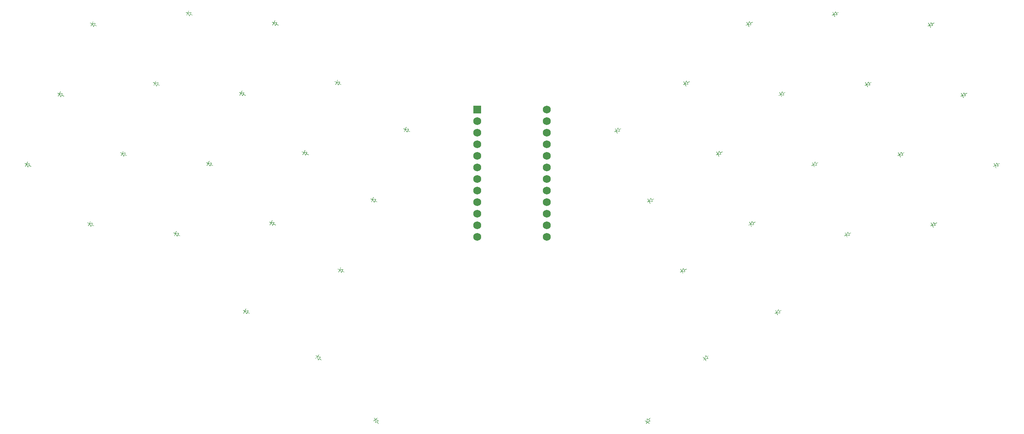
<source format=gbr>
%TF.GenerationSoftware,KiCad,Pcbnew,7.0.10*%
%TF.CreationDate,2024-01-18T08:47:23+01:00*%
%TF.ProjectId,turbo_go_2,74757262-6f5f-4676-9f5f-322e6b696361,v1.0.0*%
%TF.SameCoordinates,Original*%
%TF.FileFunction,Legend,Bot*%
%TF.FilePolarity,Positive*%
%FSLAX46Y46*%
G04 Gerber Fmt 4.6, Leading zero omitted, Abs format (unit mm)*
G04 Created by KiCad (PCBNEW 7.0.10) date 2024-01-18 08:47:23*
%MOMM*%
%LPD*%
G01*
G04 APERTURE LIST*
%ADD10C,0.100000*%
%ADD11R,1.752600X1.752600*%
%ADD12C,1.752600*%
G04 APERTURE END LIST*
D10*
%TO.C,D9*%
X93155305Y-125509769D02*
X93517828Y-125678817D01*
X93517828Y-125678817D02*
X93750268Y-125180347D01*
X93517828Y-125678817D02*
X93285388Y-126177286D01*
X93517828Y-125678817D02*
X94230660Y-125569864D01*
X94230660Y-125569864D02*
X93892566Y-126294911D01*
X94061613Y-125932388D02*
X94514767Y-126143697D01*
X93892566Y-126294911D02*
X93517828Y-125678817D01*
%TO.C,D23*%
X251209137Y-95522204D02*
X251571660Y-95353156D01*
X251571660Y-95353156D02*
X251339220Y-94854687D01*
X251571660Y-95353156D02*
X251804100Y-95851626D01*
X251571660Y-95353156D02*
X251946398Y-94737062D01*
X251946398Y-94737062D02*
X252284492Y-95462109D01*
X252115445Y-95099585D02*
X252568599Y-94888276D01*
X252284492Y-95462109D02*
X251571660Y-95353156D01*
%TO.C,D51*%
X211397541Y-95329231D02*
X211760064Y-95160183D01*
X211760064Y-95160183D02*
X211527624Y-94661714D01*
X211760064Y-95160183D02*
X211992504Y-95658653D01*
X211760064Y-95160183D02*
X212134802Y-94544089D01*
X212134802Y-94544089D02*
X212472896Y-95269136D01*
X212303849Y-94906612D02*
X212757003Y-94695303D01*
X212472896Y-95269136D02*
X211760064Y-95160183D01*
%TO.C,D46*%
X237431308Y-108567182D02*
X237793831Y-108398134D01*
X237793831Y-108398134D02*
X237561391Y-107899665D01*
X237793831Y-108398134D02*
X238026271Y-108896604D01*
X237793831Y-108398134D02*
X238168569Y-107782040D01*
X238168569Y-107782040D02*
X238506663Y-108507087D01*
X238337616Y-108144563D02*
X238790770Y-107933254D01*
X238506663Y-108507087D02*
X237793831Y-108398134D01*
%TO.C,D47*%
X230246789Y-93159946D02*
X230609312Y-92990898D01*
X230609312Y-92990898D02*
X230376872Y-92492429D01*
X230609312Y-92990898D02*
X230841752Y-93489368D01*
X230609312Y-92990898D02*
X230984050Y-92374804D01*
X230984050Y-92374804D02*
X231322144Y-93099851D01*
X231153097Y-92737327D02*
X231606251Y-92526018D01*
X231322144Y-93099851D02*
X230609312Y-92990898D01*
%TO.C,D41*%
X265578154Y-126336678D02*
X265940677Y-126167630D01*
X265940677Y-126167630D02*
X265708237Y-125669161D01*
X265940677Y-126167630D02*
X266173117Y-126666100D01*
X265940677Y-126167630D02*
X266315415Y-125551536D01*
X266315415Y-125551536D02*
X266653509Y-126276583D01*
X266484462Y-125914059D02*
X266937616Y-125702750D01*
X266653509Y-126276583D02*
X265940677Y-126167630D01*
%TO.C,D32*%
X211988727Y-139188672D02*
X212351250Y-139019624D01*
X212351250Y-139019624D02*
X212118810Y-138521155D01*
X212351250Y-139019624D02*
X212583690Y-139518094D01*
X212351250Y-139019624D02*
X212725988Y-138403530D01*
X212725988Y-138403530D02*
X213064082Y-139128577D01*
X212895035Y-138766053D02*
X213348189Y-138554744D01*
X213064082Y-139128577D02*
X212351250Y-139019624D01*
%TO.C,D14*%
X121302155Y-107740274D02*
X121664678Y-107909322D01*
X121664678Y-107909322D02*
X121897118Y-107410852D01*
X121664678Y-107909322D02*
X121432238Y-108407791D01*
X121664678Y-107909322D02*
X122377510Y-107800369D01*
X122377510Y-107800369D02*
X122039416Y-108525416D01*
X122208463Y-108162893D02*
X122661617Y-108374202D01*
X122039416Y-108525416D02*
X121664678Y-107909322D01*
%TO.C,D20*%
X129944866Y-181562019D02*
X130174296Y-181889680D01*
X130174296Y-181889680D02*
X130624830Y-181574213D01*
X130174296Y-181889680D02*
X129723763Y-182205147D01*
X130174296Y-181889680D02*
X130846103Y-182151740D01*
X130846103Y-182151740D02*
X130190781Y-182610602D01*
X130518442Y-182381171D02*
X130805230Y-182790747D01*
X130190781Y-182610602D02*
X130174296Y-181889680D01*
%TO.C,D15*%
X121978822Y-148880798D02*
X122341345Y-149049846D01*
X122341345Y-149049846D02*
X122573785Y-148551376D01*
X122341345Y-149049846D02*
X122108905Y-149548315D01*
X122341345Y-149049846D02*
X123054177Y-148940893D01*
X123054177Y-148940893D02*
X122716083Y-149665940D01*
X122885130Y-149303417D02*
X123338284Y-149514726D01*
X122716083Y-149665940D02*
X122341345Y-149049846D01*
%TO.C,D64*%
X67121549Y-138747722D02*
X67484072Y-138916770D01*
X67484072Y-138916770D02*
X67716512Y-138418300D01*
X67484072Y-138916770D02*
X67251632Y-139415239D01*
X67484072Y-138916770D02*
X68196904Y-138807817D01*
X68196904Y-138807817D02*
X67858810Y-139532864D01*
X68027857Y-139170341D02*
X68481011Y-139381650D01*
X67858810Y-139532864D02*
X67484072Y-138916770D01*
%TO.C,D71*%
X107524331Y-94695295D02*
X107886854Y-94864343D01*
X107886854Y-94864343D02*
X108119294Y-94365873D01*
X107886854Y-94864343D02*
X107654414Y-95362812D01*
X107886854Y-94864343D02*
X108599686Y-94755390D01*
X108599686Y-94755390D02*
X108261592Y-95480437D01*
X108430639Y-95117914D02*
X108883793Y-95329223D01*
X108261592Y-95480437D02*
X107886854Y-94864343D01*
%TO.C,D38*%
X217722176Y-158582681D02*
X218084699Y-158413633D01*
X218084699Y-158413633D02*
X217852259Y-157915164D01*
X218084699Y-158413633D02*
X218317139Y-158912103D01*
X218084699Y-158413633D02*
X218459437Y-157797539D01*
X218459437Y-157797539D02*
X218797531Y-158522586D01*
X218628484Y-158160062D02*
X219081638Y-157948753D01*
X218797531Y-158522586D02*
X218084699Y-158413633D01*
%TO.C,D22*%
X258393647Y-110929442D02*
X258756170Y-110760394D01*
X258756170Y-110760394D02*
X258523730Y-110261925D01*
X258756170Y-110760394D02*
X258988610Y-111258864D01*
X258756170Y-110760394D02*
X259130908Y-110144300D01*
X259130908Y-110144300D02*
X259469002Y-110869347D01*
X259299955Y-110506823D02*
X259753109Y-110295514D01*
X259469002Y-110869347D02*
X258756170Y-110760394D01*
%TO.C,D50*%
X218582058Y-110736468D02*
X218944581Y-110567420D01*
X218944581Y-110567420D02*
X218712141Y-110068951D01*
X218944581Y-110567420D02*
X219177021Y-111065890D01*
X218944581Y-110567420D02*
X219319319Y-109951326D01*
X219319319Y-109951326D02*
X219657413Y-110676373D01*
X219488366Y-110313849D02*
X219941520Y-110102540D01*
X219657413Y-110676373D02*
X218944581Y-110567420D01*
%TO.C,D44*%
X251800328Y-139381648D02*
X252162851Y-139212600D01*
X252162851Y-139212600D02*
X251930411Y-138714131D01*
X252162851Y-139212600D02*
X252395291Y-139711070D01*
X252162851Y-139212600D02*
X252537589Y-138596506D01*
X252537589Y-138596506D02*
X252875683Y-139321553D01*
X252706636Y-138959029D02*
X253159790Y-138747720D01*
X252875683Y-139321553D02*
X252162851Y-139212600D01*
%TO.C,D78*%
X101199691Y-157948753D02*
X101562214Y-158117801D01*
X101562214Y-158117801D02*
X101794654Y-157619331D01*
X101562214Y-158117801D02*
X101329774Y-158616270D01*
X101562214Y-158117801D02*
X102275046Y-158008848D01*
X102275046Y-158008848D02*
X101936952Y-158733895D01*
X102105999Y-158371372D02*
X102559153Y-158582681D01*
X101936952Y-158733895D02*
X101562214Y-158117801D01*
%TO.C,D49*%
X225766566Y-126143696D02*
X226129089Y-125974648D01*
X226129089Y-125974648D02*
X225896649Y-125476179D01*
X226129089Y-125974648D02*
X226361529Y-126473118D01*
X226129089Y-125974648D02*
X226503827Y-125358554D01*
X226503827Y-125358554D02*
X226841921Y-126083601D01*
X226672874Y-125721077D02*
X227126028Y-125509768D01*
X226841921Y-126083601D02*
X226129089Y-125974648D01*
%TO.C,D33*%
X204804214Y-123781435D02*
X205166737Y-123612387D01*
X205166737Y-123612387D02*
X204934297Y-123113918D01*
X205166737Y-123612387D02*
X205399177Y-124110857D01*
X205166737Y-123612387D02*
X205541475Y-122996293D01*
X205541475Y-122996293D02*
X205879569Y-123721340D01*
X205710522Y-123358816D02*
X206163676Y-123147507D01*
X205879569Y-123721340D02*
X205166737Y-123612387D01*
%TO.C,D70*%
X100339822Y-110102536D02*
X100702345Y-110271584D01*
X100702345Y-110271584D02*
X100934785Y-109773114D01*
X100702345Y-110271584D02*
X100469905Y-110770053D01*
X100702345Y-110271584D02*
X101415177Y-110162631D01*
X101415177Y-110162631D02*
X101077083Y-110887678D01*
X101246130Y-110525155D02*
X101699284Y-110736464D01*
X101077083Y-110887678D02*
X100702345Y-110271584D01*
%TO.C,D37*%
X182574026Y-118700259D02*
X182936549Y-118531211D01*
X182936549Y-118531211D02*
X182704109Y-118032742D01*
X182936549Y-118531211D02*
X183168989Y-119029681D01*
X182936549Y-118531211D02*
X183311287Y-117915117D01*
X183311287Y-117915117D02*
X183649381Y-118640164D01*
X183480334Y-118277640D02*
X183933488Y-118066331D01*
X183649381Y-118640164D02*
X182936549Y-118531211D01*
%TO.C,D61*%
X53343724Y-125702746D02*
X53706247Y-125871794D01*
X53706247Y-125871794D02*
X53938687Y-125373324D01*
X53706247Y-125871794D02*
X53473807Y-126370263D01*
X53706247Y-125871794D02*
X54419079Y-125762841D01*
X54419079Y-125762841D02*
X54080985Y-126487888D01*
X54250032Y-126125365D02*
X54703186Y-126336674D01*
X54080985Y-126487888D02*
X53706247Y-125871794D01*
%TO.C,D28*%
X232951072Y-141550937D02*
X233313595Y-141381889D01*
X233313595Y-141381889D02*
X233081155Y-140883420D01*
X233313595Y-141381889D02*
X233546035Y-141880359D01*
X233313595Y-141381889D02*
X233688333Y-140765795D01*
X233688333Y-140765795D02*
X234026427Y-141490842D01*
X233857380Y-141128318D02*
X234310534Y-140917009D01*
X234026427Y-141490842D02*
X233313595Y-141381889D01*
%TO.C,D65*%
X74306057Y-123340489D02*
X74668580Y-123509537D01*
X74668580Y-123509537D02*
X74901020Y-123011067D01*
X74668580Y-123509537D02*
X74436140Y-124008006D01*
X74668580Y-123509537D02*
X75381412Y-123400584D01*
X75381412Y-123400584D02*
X75043318Y-124125631D01*
X75212365Y-123763108D02*
X75665519Y-123974417D01*
X75043318Y-124125631D02*
X74668580Y-123509537D01*
%TO.C,D16*%
X129163339Y-133473565D02*
X129525862Y-133642613D01*
X129525862Y-133642613D02*
X129758302Y-133144143D01*
X129525862Y-133642613D02*
X129293422Y-134141082D01*
X129525862Y-133642613D02*
X130238694Y-133533660D01*
X130238694Y-133533660D02*
X129900600Y-134258707D01*
X130069647Y-133896184D02*
X130522801Y-134107493D01*
X129900600Y-134258707D02*
X129525862Y-133642613D01*
%TO.C,D67*%
X88675082Y-92526023D02*
X89037605Y-92695071D01*
X89037605Y-92695071D02*
X89270045Y-92196601D01*
X89037605Y-92695071D02*
X88805165Y-93193540D01*
X89037605Y-92695071D02*
X89750437Y-92586118D01*
X89750437Y-92586118D02*
X89412343Y-93311165D01*
X89581390Y-92948642D02*
X90034544Y-93159951D01*
X89412343Y-93311165D02*
X89037605Y-92695071D01*
%TO.C,D62*%
X60528235Y-110295503D02*
X60890758Y-110464551D01*
X60890758Y-110464551D02*
X61123198Y-109966081D01*
X60890758Y-110464551D02*
X60658318Y-110963020D01*
X60890758Y-110464551D02*
X61603590Y-110355598D01*
X61603590Y-110355598D02*
X61265496Y-111080645D01*
X61434543Y-110718122D02*
X61887697Y-110929431D01*
X61265496Y-111080645D02*
X60890758Y-110464551D01*
%TO.C,D13*%
X114117655Y-123147516D02*
X114480178Y-123316564D01*
X114480178Y-123316564D02*
X114712618Y-122818094D01*
X114480178Y-123316564D02*
X114247738Y-123815033D01*
X114480178Y-123316564D02*
X115193010Y-123207611D01*
X115193010Y-123207611D02*
X114854916Y-123932658D01*
X115023963Y-123570135D02*
X115477117Y-123781444D01*
X114854916Y-123932658D02*
X114480178Y-123316564D01*
%TO.C,D55*%
X196943047Y-149514725D02*
X197305570Y-149345677D01*
X197305570Y-149345677D02*
X197073130Y-148847208D01*
X197305570Y-149345677D02*
X197538010Y-149844147D01*
X197305570Y-149345677D02*
X197680308Y-148729583D01*
X197680308Y-148729583D02*
X198018402Y-149454630D01*
X197849355Y-149092106D02*
X198302509Y-148880797D01*
X198018402Y-149454630D02*
X197305570Y-149345677D01*
%TO.C,D79*%
X117126655Y-167863196D02*
X117433072Y-168120311D01*
X117433072Y-168120311D02*
X117786606Y-167698987D01*
X117433072Y-168120311D02*
X117079539Y-168541636D01*
X117433072Y-168120311D02*
X118149814Y-168199566D01*
X118149814Y-168199566D02*
X117635584Y-168812402D01*
X117892699Y-168505984D02*
X118275721Y-168827378D01*
X117635584Y-168812402D02*
X117433072Y-168120311D01*
%TO.C,D77*%
X136347845Y-118066328D02*
X136710368Y-118235376D01*
X136710368Y-118235376D02*
X136942808Y-117736906D01*
X136710368Y-118235376D02*
X136477928Y-118733845D01*
X136710368Y-118235376D02*
X137423200Y-118126423D01*
X137423200Y-118126423D02*
X137085106Y-118851470D01*
X137254153Y-118488947D02*
X137707307Y-118700256D01*
X137085106Y-118851470D02*
X136710368Y-118235376D01*
%TO.C,D19*%
X117126655Y-167863196D02*
X117433072Y-168120311D01*
X117433072Y-168120311D02*
X117786606Y-167698987D01*
X117433072Y-168120311D02*
X117079539Y-168541636D01*
X117433072Y-168120311D02*
X118149814Y-168199566D01*
X118149814Y-168199566D02*
X117635584Y-168812402D01*
X117892699Y-168505984D02*
X118275721Y-168827378D01*
X117635584Y-168812402D02*
X117433072Y-168120311D01*
%TO.C,D60*%
X189476098Y-182790753D02*
X189705528Y-182463092D01*
X189705528Y-182463092D02*
X189254995Y-182147625D01*
X189705528Y-182463092D02*
X190156062Y-182778559D01*
X189705528Y-182463092D02*
X189722013Y-181742170D01*
X189722013Y-181742170D02*
X190377335Y-182201032D01*
X190049674Y-181971601D02*
X190336462Y-181562025D01*
X190377335Y-182201032D02*
X189705528Y-182463092D01*
%TO.C,D25*%
X244615815Y-123974416D02*
X244978338Y-123805368D01*
X244978338Y-123805368D02*
X244745898Y-123306899D01*
X244978338Y-123805368D02*
X245210778Y-124303838D01*
X244978338Y-123805368D02*
X245353076Y-123189274D01*
X245353076Y-123189274D02*
X245691170Y-123914321D01*
X245522123Y-123551797D02*
X245975277Y-123340488D01*
X245691170Y-123914321D02*
X244978338Y-123805368D01*
%TO.C,D3*%
X67712744Y-94888278D02*
X68075267Y-95057326D01*
X68075267Y-95057326D02*
X68307707Y-94558856D01*
X68075267Y-95057326D02*
X67842827Y-95555795D01*
X68075267Y-95057326D02*
X68788099Y-94948373D01*
X68788099Y-94948373D02*
X68450005Y-95673420D01*
X68619052Y-95310897D02*
X69072206Y-95522206D01*
X68450005Y-95673420D02*
X68075267Y-95057326D01*
%TO.C,D54*%
X197619715Y-108374203D02*
X197982238Y-108205155D01*
X197982238Y-108205155D02*
X197749798Y-107706686D01*
X197982238Y-108205155D02*
X198214678Y-108703625D01*
X197982238Y-108205155D02*
X198356976Y-107589061D01*
X198356976Y-107589061D02*
X198695070Y-108314108D01*
X198526023Y-107951584D02*
X198979177Y-107740275D01*
X198695070Y-108314108D02*
X197982238Y-108205155D01*
%TO.C,D12*%
X106933140Y-138554743D02*
X107295663Y-138723791D01*
X107295663Y-138723791D02*
X107528103Y-138225321D01*
X107295663Y-138723791D02*
X107063223Y-139222260D01*
X107295663Y-138723791D02*
X108008495Y-138614838D01*
X108008495Y-138614838D02*
X107670401Y-139339885D01*
X107839448Y-138977362D02*
X108292602Y-139188671D01*
X107670401Y-139339885D02*
X107295663Y-138723791D01*
%TO.C,D56*%
X189758537Y-134107498D02*
X190121060Y-133938450D01*
X190121060Y-133938450D02*
X189888620Y-133439981D01*
X190121060Y-133938450D02*
X190353500Y-134436920D01*
X190121060Y-133938450D02*
X190495798Y-133322356D01*
X190495798Y-133322356D02*
X190833892Y-134047403D01*
X190664845Y-133684879D02*
X191117999Y-133473570D01*
X190833892Y-134047403D02*
X190121060Y-133938450D01*
%TO.C,D66*%
X81490569Y-107933256D02*
X81853092Y-108102304D01*
X81853092Y-108102304D02*
X82085532Y-107603834D01*
X81853092Y-108102304D02*
X81620652Y-108600773D01*
X81853092Y-108102304D02*
X82565924Y-107993351D01*
X82565924Y-107993351D02*
X82227830Y-108718398D01*
X82396877Y-108355875D02*
X82850031Y-108567184D01*
X82227830Y-108718398D02*
X81853092Y-108102304D01*
%TO.C,D34*%
X197619715Y-108374203D02*
X197982238Y-108205155D01*
X197982238Y-108205155D02*
X197749798Y-107706686D01*
X197982238Y-108205155D02*
X198214678Y-108703625D01*
X197982238Y-108205155D02*
X198356976Y-107589061D01*
X198356976Y-107589061D02*
X198695070Y-108314108D01*
X198526023Y-107951584D02*
X198979177Y-107740275D01*
X198695070Y-108314108D02*
X197982238Y-108205155D01*
%TO.C,D48*%
X232951072Y-141550937D02*
X233313595Y-141381889D01*
X233313595Y-141381889D02*
X233081155Y-140883420D01*
X233313595Y-141381889D02*
X233546035Y-141880359D01*
X233313595Y-141381889D02*
X233688333Y-140765795D01*
X233688333Y-140765795D02*
X234026427Y-141490842D01*
X233857380Y-141128318D02*
X234310534Y-140917009D01*
X234026427Y-141490842D02*
X233313595Y-141381889D01*
%TO.C,D8*%
X85970796Y-140917006D02*
X86333319Y-141086054D01*
X86333319Y-141086054D02*
X86565759Y-140587584D01*
X86333319Y-141086054D02*
X86100879Y-141584523D01*
X86333319Y-141086054D02*
X87046151Y-140977101D01*
X87046151Y-140977101D02*
X86708057Y-141702148D01*
X86877104Y-141339625D02*
X87330258Y-141550934D01*
X86708057Y-141702148D02*
X86333319Y-141086054D01*
%TO.C,D59*%
X202005604Y-168827379D02*
X202312021Y-168570264D01*
X202312021Y-168570264D02*
X201958488Y-168148939D01*
X202312021Y-168570264D02*
X202665555Y-168991588D01*
X202312021Y-168570264D02*
X202514533Y-167878173D01*
X202514533Y-167878173D02*
X203028763Y-168491009D01*
X202771648Y-168184591D02*
X203154670Y-167863197D01*
X203028763Y-168491009D02*
X202312021Y-168570264D01*
%TD*%
D11*
%TO.C,MCU1*%
X152520659Y-113881757D03*
D12*
X152520659Y-116421757D03*
X152520659Y-118961757D03*
X152520659Y-121501757D03*
X152520659Y-124041757D03*
X152520659Y-126581757D03*
X152520659Y-129121757D03*
X152520659Y-131661757D03*
X152520659Y-134201757D03*
X152520659Y-136741757D03*
X152520659Y-139281757D03*
X152520659Y-141821757D03*
X167760659Y-113881757D03*
X167760659Y-116421757D03*
X167760659Y-118961757D03*
X167760659Y-121501757D03*
X167760659Y-124041757D03*
X167760659Y-126581757D03*
X167760659Y-129121757D03*
X167760659Y-131661757D03*
X167760659Y-134201757D03*
X167760659Y-136741757D03*
X167760659Y-139281757D03*
X167760659Y-141821757D03*
%TD*%
M02*

</source>
